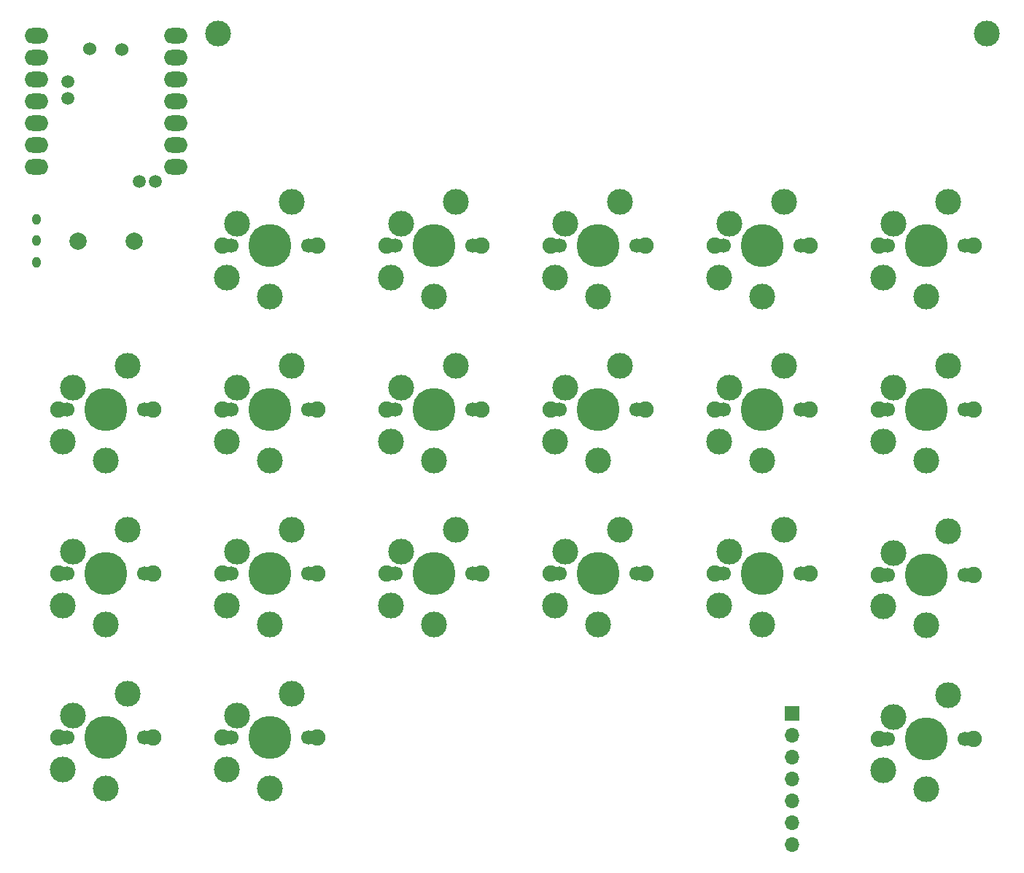
<source format=gbr>
%TF.GenerationSoftware,KiCad,Pcbnew,8.0.7*%
%TF.CreationDate,2025-06-04T19:27:18+09:00*%
%TF.ProjectId,cool642tb_R_v121,636f6f6c-3634-4327-9462-5f525f763132,rev?*%
%TF.SameCoordinates,Original*%
%TF.FileFunction,Soldermask,Top*%
%TF.FilePolarity,Negative*%
%FSLAX46Y46*%
G04 Gerber Fmt 4.6, Leading zero omitted, Abs format (unit mm)*
G04 Created by KiCad (PCBNEW 8.0.7) date 2025-06-04 19:27:18*
%MOMM*%
%LPD*%
G01*
G04 APERTURE LIST*
%ADD10C,1.900000*%
%ADD11C,1.700000*%
%ADD12C,3.000000*%
%ADD13C,5.000000*%
%ADD14O,1.000000X1.300000*%
%ADD15O,2.750000X1.800000*%
%ADD16C,1.500000*%
%ADD17C,1.524000*%
%ADD18R,1.700000X1.700000*%
%ADD19O,1.700000X1.700000*%
%ADD20C,2.000000*%
G04 APERTURE END LIST*
D10*
%TO.C,SW1*%
X-5500000Y0D03*
D11*
X-5080000Y0D03*
D12*
X-5000000Y-3700000D03*
D11*
X-4500000Y0D03*
D12*
X-3810000Y2540000D03*
D13*
X0Y0D03*
D12*
X0Y-5900000D03*
X2540000Y5080000D03*
D11*
X4500000Y0D03*
X5080000Y0D03*
D10*
X5500000Y0D03*
%TD*%
%TO.C,SW8*%
X-24550000Y-38100000D03*
D11*
X-24130000Y-38100000D03*
D12*
X-24050000Y-41800000D03*
D11*
X-23550000Y-38100000D03*
D12*
X-22860000Y-35560000D03*
D13*
X-19050000Y-38100000D03*
D12*
X-19050000Y-44000000D03*
X-16510000Y-33020000D03*
D11*
X-14550000Y-38100000D03*
X-13970000Y-38100000D03*
D10*
X-13550000Y-38100000D03*
%TD*%
%TO.C,SW15*%
X51650000Y-38100000D03*
D11*
X52070000Y-38100000D03*
D12*
X52150000Y-41800000D03*
D11*
X52650000Y-38100000D03*
D12*
X53340000Y-35560000D03*
D13*
X57150000Y-38100000D03*
D12*
X57150000Y-44000000D03*
X59690000Y-33020000D03*
D11*
X61650000Y-38100000D03*
X62230000Y-38100000D03*
D10*
X62650000Y-38100000D03*
%TD*%
%TO.C,SW16*%
X-5500000Y-57150000D03*
D11*
X-5080000Y-57150000D03*
D12*
X-5000000Y-60850000D03*
D11*
X-4500000Y-57150000D03*
D12*
X-3810000Y-54610000D03*
D13*
X0Y-57150000D03*
D12*
X0Y-63050000D03*
X2540000Y-52070000D03*
D11*
X4500000Y-57150000D03*
X5080000Y-57150000D03*
D10*
X5500000Y-57150000D03*
%TD*%
D14*
%TO.C,SW21*%
X-27100000Y-1890000D03*
X-27100000Y610000D03*
X-27100000Y3110000D03*
%TD*%
D10*
%TO.C,SW13*%
X51650000Y0D03*
D11*
X52070000Y0D03*
D12*
X52150000Y-3700000D03*
D11*
X52650000Y0D03*
D12*
X53340000Y2540000D03*
D13*
X57150000Y0D03*
D12*
X57150000Y-5900000D03*
X59690000Y5080000D03*
D11*
X61650000Y0D03*
X62230000Y0D03*
D10*
X62650000Y0D03*
%TD*%
%TO.C,SW17*%
X70700000Y0D03*
D11*
X71120000Y0D03*
D12*
X71200000Y-3700000D03*
D11*
X71700000Y0D03*
D12*
X72390000Y2540000D03*
D13*
X76200000Y0D03*
D12*
X76200000Y-5900000D03*
X78740000Y5080000D03*
D11*
X80700000Y0D03*
X81280000Y0D03*
D10*
X81700000Y0D03*
%TD*%
%TO.C,SW11*%
X32600000Y-38100000D03*
D11*
X33020000Y-38100000D03*
D12*
X33100000Y-41800000D03*
D11*
X33600000Y-38100000D03*
D12*
X34290000Y-35560000D03*
D13*
X38100000Y-38100000D03*
D12*
X38100000Y-44000000D03*
X40640000Y-33020000D03*
D11*
X42600000Y-38100000D03*
X43180000Y-38100000D03*
D10*
X43600000Y-38100000D03*
%TD*%
%TO.C,SW12*%
X-24550000Y-57150000D03*
D11*
X-24130000Y-57150000D03*
D12*
X-24050000Y-60850000D03*
D11*
X-23550000Y-57150000D03*
D12*
X-22860000Y-54610000D03*
D13*
X-19050000Y-57150000D03*
D12*
X-19050000Y-63050000D03*
X-16510000Y-52070000D03*
D11*
X-14550000Y-57150000D03*
X-13970000Y-57150000D03*
D10*
X-13550000Y-57150000D03*
%TD*%
%TO.C,SW19*%
X70700000Y-38200000D03*
D11*
X71120000Y-38200000D03*
D12*
X71200000Y-41900000D03*
D11*
X71700000Y-38200000D03*
D12*
X72390000Y-35660000D03*
D13*
X76200000Y-38200000D03*
D12*
X76200000Y-44100000D03*
X78740000Y-33120000D03*
D11*
X80700000Y-38200000D03*
X81280000Y-38200000D03*
D10*
X81700000Y-38200000D03*
%TD*%
%TO.C,SW20*%
X70700000Y-57250000D03*
D11*
X71120000Y-57250000D03*
D12*
X71200000Y-60950000D03*
D11*
X71700000Y-57250000D03*
D12*
X72390000Y-54710000D03*
D13*
X76200000Y-57250000D03*
D12*
X76200000Y-63150000D03*
X78740000Y-52170000D03*
D11*
X80700000Y-57250000D03*
X81280000Y-57250000D03*
D10*
X81700000Y-57250000D03*
%TD*%
%TO.C,SW3*%
X-5500000Y-38100000D03*
D11*
X-5080000Y-38100000D03*
D12*
X-5000000Y-41800000D03*
D11*
X-4500000Y-38100000D03*
D12*
X-3810000Y-35560000D03*
D13*
X0Y-38100000D03*
D12*
X0Y-44000000D03*
X2540000Y-33020000D03*
D11*
X4500000Y-38100000D03*
X5080000Y-38100000D03*
D10*
X5500000Y-38100000D03*
%TD*%
%TO.C,SW7*%
X13550000Y-38100000D03*
D11*
X13970000Y-38100000D03*
D12*
X14050000Y-41800000D03*
D11*
X14550000Y-38100000D03*
D12*
X15240000Y-35560000D03*
D13*
X19050000Y-38100000D03*
D12*
X19050000Y-44000000D03*
X21590000Y-33020000D03*
D11*
X23550000Y-38100000D03*
X24130000Y-38100000D03*
D10*
X24550000Y-38100000D03*
%TD*%
%TO.C,SW10*%
X32600000Y-19050000D03*
D11*
X33020000Y-19050000D03*
D12*
X33100000Y-22750000D03*
D11*
X33600000Y-19050000D03*
D12*
X34290000Y-16510000D03*
D13*
X38100000Y-19050000D03*
D12*
X38100000Y-24950000D03*
X40640000Y-13970000D03*
D11*
X42600000Y-19050000D03*
X43180000Y-19050000D03*
D10*
X43600000Y-19050000D03*
%TD*%
D15*
%TO.C,U1*%
X-27110000Y24450000D03*
X-27110000Y21910000D03*
X-27110000Y19370000D03*
X-27110000Y16830000D03*
X-27110000Y14290000D03*
X-27110000Y11750000D03*
X-27110000Y9210000D03*
X-10870000Y9210000D03*
X-10870000Y11750000D03*
X-10870000Y14290000D03*
X-10870000Y16830000D03*
X-10870000Y19370000D03*
X-10870000Y21910000D03*
X-10870000Y24450000D03*
D16*
X-15154600Y7518000D03*
X-13275000Y7518000D03*
X-23435000Y17147000D03*
X-23435000Y19052000D03*
D17*
X-20870000Y22900000D03*
X-17150000Y22840000D03*
%TD*%
D18*
%TO.C,J1*%
X60590000Y-54350000D03*
D19*
X60590000Y-56890000D03*
X60590000Y-59430000D03*
X60590000Y-61970000D03*
X60590000Y-64510000D03*
X60590000Y-67050000D03*
X60590000Y-69590000D03*
%TD*%
D10*
%TO.C,SW5*%
X13550000Y0D03*
D11*
X13970000Y0D03*
D12*
X14050000Y-3700000D03*
D11*
X14550000Y0D03*
D12*
X15240000Y2540000D03*
D13*
X19050000Y0D03*
D12*
X19050000Y-5900000D03*
X21590000Y5080000D03*
D11*
X23550000Y0D03*
X24130000Y0D03*
D10*
X24550000Y0D03*
%TD*%
%TO.C,SW6*%
X13550000Y-19050000D03*
D11*
X13970000Y-19050000D03*
D12*
X14050000Y-22750000D03*
D11*
X14550000Y-19050000D03*
D12*
X15240000Y-16510000D03*
D13*
X19050000Y-19050000D03*
D12*
X19050000Y-24950000D03*
X21590000Y-13970000D03*
D11*
X23550000Y-19050000D03*
X24130000Y-19050000D03*
D10*
X24550000Y-19050000D03*
%TD*%
%TO.C,SW9*%
X32600000Y0D03*
D11*
X33020000Y0D03*
D12*
X33100000Y-3700000D03*
D11*
X33600000Y0D03*
D12*
X34290000Y2540000D03*
D13*
X38100000Y0D03*
D12*
X38100000Y-5900000D03*
X40640000Y5080000D03*
D11*
X42600000Y0D03*
X43180000Y0D03*
D10*
X43600000Y0D03*
%TD*%
%TO.C,SW4*%
X-24550000Y-19050000D03*
D11*
X-24130000Y-19050000D03*
D12*
X-24050000Y-22750000D03*
D11*
X-23550000Y-19050000D03*
D12*
X-22860000Y-16510000D03*
D13*
X-19050000Y-19050000D03*
D12*
X-19050000Y-24950000D03*
X-16510000Y-13970000D03*
D11*
X-14550000Y-19050000D03*
X-13970000Y-19050000D03*
D10*
X-13550000Y-19050000D03*
%TD*%
D12*
%TO.C,BT1*%
X-6020000Y24670000D03*
X83250000Y24710000D03*
%TD*%
D20*
%TO.C,SW22*%
X-15770000Y580000D03*
X-22270000Y580000D03*
%TD*%
D10*
%TO.C,SW2*%
X-5500000Y-19050000D03*
D11*
X-5080000Y-19050000D03*
D12*
X-5000000Y-22750000D03*
D11*
X-4500000Y-19050000D03*
D12*
X-3810000Y-16510000D03*
D13*
X0Y-19050000D03*
D12*
X0Y-24950000D03*
X2540000Y-13970000D03*
D11*
X4500000Y-19050000D03*
X5080000Y-19050000D03*
D10*
X5500000Y-19050000D03*
%TD*%
%TO.C,SW18*%
X70700000Y-19050000D03*
D11*
X71120000Y-19050000D03*
D12*
X71200000Y-22750000D03*
D11*
X71700000Y-19050000D03*
D12*
X72390000Y-16510000D03*
D13*
X76200000Y-19050000D03*
D12*
X76200000Y-24950000D03*
X78740000Y-13970000D03*
D11*
X80700000Y-19050000D03*
X81280000Y-19050000D03*
D10*
X81700000Y-19050000D03*
%TD*%
%TO.C,SW14*%
X51650000Y-19050000D03*
D11*
X52070000Y-19050000D03*
D12*
X52150000Y-22750000D03*
D11*
X52650000Y-19050000D03*
D12*
X53340000Y-16510000D03*
D13*
X57150000Y-19050000D03*
D12*
X57150000Y-24950000D03*
X59690000Y-13970000D03*
D11*
X61650000Y-19050000D03*
X62230000Y-19050000D03*
D10*
X62650000Y-19050000D03*
%TD*%
M02*

</source>
